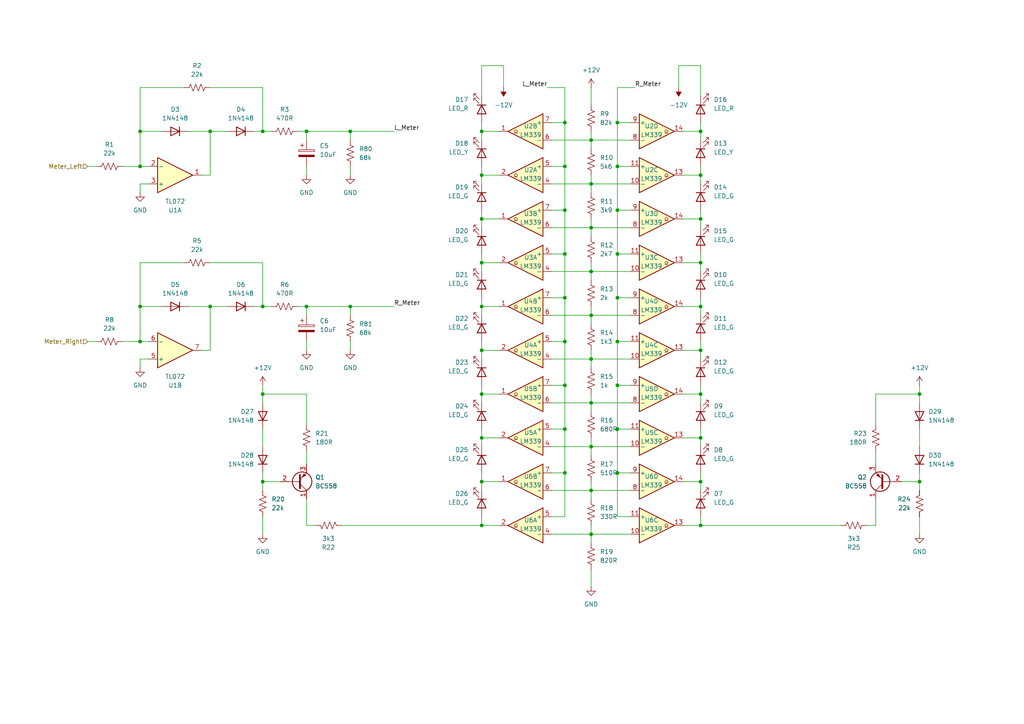
<source format=kicad_sch>
(kicad_sch (version 20250114) (generator "eeschema") (generator_version "9.0")
  (paper "A4")
  (title_block (comment 1 "PCB for 5 cm Kosmo format synthesizer module"))
  (lib_symbols
    (symbol "Amplifier_Operational:TL072" (pin_names (offset 0.127))
      (property "Reference" "U" (at 0 5.08 0))
      (property "Value" "TL072" (at 0 -5.08 0))
      (symbol "TL072_1_1"
        (pin input line (at -7.62 2.54 0) (length 2.54) (name "+") (number "3"))
        (pin input line (at -7.62 -2.54 0) (length 2.54) (name "-") (number "2"))
        (pin output line (at 7.62 0 180) (length 2.54) (name "~") (number "1"))
      )
      (symbol "TL072_2_1"
        (pin input line (at -7.62 2.54 0) (length 2.54) (name "+") (number "5"))
        (pin input line (at -7.62 -2.54 0) (length 2.54) (name "-") (number "6"))
        (pin output line (at 7.62 0 180) (length 2.54) (name "~") (number "7"))
      )
      (symbol "TL072_3_1"
        (pin power_in line (at -2.54 7.62 270) (length 3.81) (name "V+") (number "8"))
        (pin power_in line (at -2.54 -7.62 90) (length 3.81) (name "V-") (number "4"))
      )
    )
    (symbol "Comparator:LM339" (pin_names (offset 0.127))
      (property "Reference" "U" (at 0 5.08 0))
      (property "Value" "LM339" (at 0 -5.08 0))
      (symbol "LM339_1_1"
        (pin input line (at -7.62 2.54 0) (length 2.54) (name "+") (number "5"))
        (pin input line (at -7.62 -2.54 0) (length 2.54) (name "-") (number "4"))
        (pin open_collector line (at 7.62 0 180) (length 2.54) (name "~") (number "2"))
      )
      (symbol "LM339_2_1"
        (pin input line (at -7.62 2.54 0) (length 2.54) (name "+") (number "7"))
        (pin input line (at -7.62 -2.54 0) (length 2.54) (name "-") (number "6"))
        (pin open_collector line (at 7.62 0 180) (length 2.54) (name "~") (number "1"))
      )
      (symbol "LM339_3_1"
        (pin input line (at -7.62 2.54 0) (length 2.54) (name "+") (number "11"))
        (pin input line (at -7.62 -2.54 0) (length 2.54) (name "-") (number "10"))
        (pin open_collector line (at 7.62 0 180) (length 2.54) (name "~") (number "13"))
      )
      (symbol "LM339_4_1"
        (pin input line (at -7.62 2.54 0) (length 2.54) (name "+") (number "9"))
        (pin input line (at -7.62 -2.54 0) (length 2.54) (name "-") (number "8"))
        (pin open_collector line (at 7.62 0 180) (length 2.54) (name "~") (number "14"))
      )
      (symbol "LM339_5_1"
        (pin power_in line (at -2.54 7.62 270) (length 3.81) (name "V+") (number "3"))
        (pin power_in line (at -2.54 -7.62 90) (length 3.81) (name "V-") (number "12"))
      )
    )
    (symbol "Device:C_Polarized" (pin_numbers (hide yes)) (pin_names (offset 0.254))
      (property "Reference" "C" (at 0.635 2.54 0))
      (property "Value" "C_Polarized" (at 0.635 -2.54 0))
      (symbol "C_Polarized_1_1"
        (pin passive line (at 0 3.81 270) (length 2.794) (name "~") (number "1"))
        (pin passive line (at 0 -3.81 90) (length 2.794) (name "~") (number "2"))
      )
    )
    (symbol "Device:LED" (pin_numbers (hide yes)) (pin_names (offset 1.016) (hide yes))
      (property "Reference" "D" (at 0 2.54 0))
      (property "Value" "LED" (at 0 -2.54 0))
      (symbol "LED_1_1"
        (pin passive line (at -3.81 0 0) (length 2.54) (name "K") (number "1"))
        (pin passive line (at 3.81 0 180) (length 2.54) (name "A") (number "2"))
      )
    )
    (symbol "Device:R_US" (pin_numbers (hide yes)) (pin_names (offset 0))
      (property "Reference" "R" (at 2.54 0 90))
      (property "Value" "R_US" (at -2.54 0 90))
      (symbol "R_US_1_1"
        (pin passive line (at 0 3.81 270) (length 1.27) (name "~") (number "1"))
        (pin passive line (at 0 -3.81 90) (length 1.27) (name "~") (number "2"))
      )
    )
    (symbol "Diode:1N4148" (pin_numbers (hide yes)) (pin_names (hide yes))
      (property "Reference" "D" (at 0 2.54 0))
      (property "Value" "1N4148" (at 0 -2.54 0))
      (symbol "1N4148_1_1"
        (pin passive line (at -3.81 0 0) (length 2.54) (name "K") (number "1"))
        (pin passive line (at 3.81 0 180) (length 2.54) (name "A") (number "2"))
      )
    )
    (symbol "Transistor_BJT:BC558" (pin_names (offset 0) (hide yes))
      (property "Reference" "Q" (at 5.08 1.905 0))
      (property "Value" "BC558" (at 5.08 0 0))
      (symbol "BC558_1_1"
        (pin input line (at -5.08 0 0) (length 2.54) (name "B") (number "2"))
        (pin passive line (at 2.54 5.08 270) (length 2.54) (name "C") (number "1"))
        (pin passive line (at 2.54 -5.08 90) (length 2.54) (name "E") (number "3"))
      )
    )
    (symbol "power:+12V" (power) (pin_numbers (hide yes)) (pin_names (offset 0) (hide yes))
      (property "Value" "+12V" (at 0 3.556 0))
      (symbol "+12V_1_1"
        (pin power_in line (at 0 0 90) (length 0) (name "~") (number "1"))
      )
    )
    (symbol "power:-12V" (power) (pin_numbers (hide yes)) (pin_names (offset 0) (hide yes))
      (property "Value" "-12V" (at 0 3.556 0))
      (symbol "-12V_0_0"
        (pin power_in line (at 0 0 90) (length 0) (name "~") (number "1"))
      )
    )
    (symbol "power:GND" (power) (pin_numbers (hide yes)) (pin_names (offset 0) (hide yes))
      (property "Value" "GND" (at 0 -3.81 0))
      (symbol "GND_1_1"
        (pin power_in line (at 0 0 270) (length 0) (name "~") (number "1"))
      )
    )
  )
  (junction (at 139.7 139.7))
  (junction (at 203.2 114.3))
  (junction (at 163.83 137.16))
  (junction (at 171.45 116.84))
  (junction (at 76.2 38.1))
  (junction (at 40.64 38.1))
  (junction (at 88.9 38.1))
  (junction (at 179.07 86.36))
  (junction (at 139.7 88.9))
  (junction (at 203.2 101.6))
  (junction (at 179.07 73.66))
  (junction (at 179.07 111.76))
  (junction (at 101.6 88.9))
  (junction (at 139.7 38.1))
  (junction (at 203.2 38.1))
  (junction (at 203.2 139.7))
  (junction (at 203.2 63.5))
  (junction (at 139.7 63.5))
  (junction (at 179.07 60.96))
  (junction (at 139.7 101.6))
  (junction (at 163.83 73.66))
  (junction (at 179.07 35.56))
  (junction (at 203.2 76.2))
  (junction (at 179.07 99.06))
  (junction (at 163.83 60.96))
  (junction (at 203.2 127))
  (junction (at 40.64 88.9))
  (junction (at 171.45 78.74))
  (junction (at 139.7 76.2))
  (junction (at 139.7 152.4))
  (junction (at 171.45 129.54))
  (junction (at 163.83 86.36))
  (junction (at 179.07 124.46))
  (junction (at 171.45 40.64))
  (junction (at 171.45 53.34))
  (junction (at 163.83 48.26))
  (junction (at 60.96 88.9))
  (junction (at 179.07 137.16))
  (junction (at 171.45 91.44))
  (junction (at 88.9 88.9))
  (junction (at 76.2 114.3))
  (junction (at 76.2 88.9))
  (junction (at 40.64 48.26))
  (junction (at 203.2 50.8))
  (junction (at 139.7 127))
  (junction (at 171.45 142.24))
  (junction (at 76.2 139.7))
  (junction (at 171.45 66.04))
  (junction (at 266.7 139.7))
  (junction (at 171.45 154.94))
  (junction (at 139.7 114.3))
  (junction (at 101.6 38.1))
  (junction (at 40.64 99.06))
  (junction (at 203.2 88.9))
  (junction (at 163.83 124.46))
  (junction (at 179.07 48.26))
  (junction (at 266.7 114.3))
  (junction (at 163.83 99.06))
  (junction (at 163.83 35.56))
  (junction (at 139.7 50.8))
  (junction (at 171.45 104.14))
  (junction (at 60.96 38.1))
  (junction (at 203.2 152.4))
  (junction (at 163.83 111.76))
  (wire (pts (xy 179.07 73.66) (xy 182.88 73.66)))
  (wire (pts (xy 43.18 104.14) (xy 40.64 104.14)))
  (wire (pts (xy 73.66 38.1) (xy 76.2 38.1)))
  (wire (pts (xy 76.2 76.2) (xy 76.2 88.9)))
  (wire (pts (xy 160.02 116.84) (xy 171.45 116.84)))
  (wire (pts (xy 203.2 99.06) (xy 203.2 101.6)))
  (wire (pts (xy 203.2 152.4) (xy 198.12 152.4)))
  (wire (pts (xy 160.02 86.36) (xy 163.83 86.36)))
  (wire (pts (xy 203.2 139.7) (xy 203.2 142.24)))
  (wire (pts (xy 171.45 114.3) (xy 171.45 116.84)))
  (wire (pts (xy 76.2 139.7) (xy 76.2 142.24)))
  (wire (pts (xy 160.02 35.56) (xy 163.83 35.56)))
  (wire (pts (xy 60.96 38.1) (xy 60.96 50.8)))
  (wire (pts (xy 203.2 152.4) (xy 243.84 152.4)))
  (wire (pts (xy 139.7 63.5) (xy 139.7 66.04)))
  (wire (pts (xy 40.64 88.9) (xy 40.64 99.06)))
  (wire (pts (xy 171.45 25.4) (xy 171.45 30.48)))
  (wire (pts (xy 171.45 104.14) (xy 171.45 106.68)))
  (wire (pts (xy 60.96 25.4) (xy 76.2 25.4)))
  (wire (pts (xy 171.45 78.74) (xy 171.45 81.28)))
  (wire (pts (xy 171.45 40.64) (xy 171.45 43.18)))
  (wire (pts (xy 171.45 104.14) (xy 182.88 104.14)))
  (wire (pts (xy 203.2 19.05) (xy 203.2 27.94)))
  (wire (pts (xy 171.45 116.84) (xy 171.45 119.38)))
  (wire (pts (xy 171.45 91.44) (xy 171.45 93.98)))
  (wire (pts (xy 40.64 48.26) (xy 43.18 48.26)))
  (wire (pts (xy 179.07 124.46) (xy 179.07 137.16)))
  (wire (pts (xy 25.4 48.26) (xy 27.94 48.26)))
  (wire (pts (xy 163.83 124.46) (xy 163.83 137.16)))
  (wire (pts (xy 60.96 38.1) (xy 66.04 38.1)))
  (wire (pts (xy 171.45 129.54) (xy 171.45 132.08)))
  (wire (pts (xy 179.07 73.66) (xy 179.07 86.36)))
  (wire (pts (xy 40.64 38.1) (xy 40.64 48.26)))
  (wire (pts (xy 139.7 63.5) (xy 144.78 63.5)))
  (wire (pts (xy 139.7 76.2) (xy 139.7 78.74)))
  (wire (pts (xy 196.85 25.4) (xy 196.85 19.05)))
  (wire (pts (xy 144.78 152.4) (xy 139.7 152.4)))
  (wire (pts (xy 160.02 104.14) (xy 171.45 104.14)))
  (wire (pts (xy 40.64 76.2) (xy 40.64 88.9)))
  (wire (pts (xy 198.12 50.8) (xy 203.2 50.8)))
  (wire (pts (xy 266.7 149.86) (xy 266.7 154.94)))
  (wire (pts (xy 76.2 38.1) (xy 78.74 38.1)))
  (wire (pts (xy 76.2 114.3) (xy 88.9 114.3)))
  (wire (pts (xy 198.12 139.7) (xy 203.2 139.7)))
  (wire (pts (xy 160.02 48.26) (xy 163.83 48.26)))
  (wire (pts (xy 179.07 137.16) (xy 182.88 137.16)))
  (wire (pts (xy 101.6 38.1) (xy 114.3 38.1)))
  (wire (pts (xy 139.7 111.76) (xy 139.7 114.3)))
  (wire (pts (xy 203.2 111.76) (xy 203.2 114.3)))
  (wire (pts (xy 254 123.19) (xy 254 114.3)))
  (wire (pts (xy 179.07 48.26) (xy 179.07 60.96)))
  (wire (pts (xy 88.9 88.9) (xy 101.6 88.9)))
  (wire (pts (xy 60.96 101.6) (xy 58.42 101.6)))
  (wire (pts (xy 139.7 88.9) (xy 144.78 88.9)))
  (wire (pts (xy 203.2 137.16) (xy 203.2 139.7)))
  (wire (pts (xy 160.02 60.96) (xy 163.83 60.96)))
  (wire (pts (xy 160.02 99.06) (xy 163.83 99.06)))
  (wire (pts (xy 60.96 88.9) (xy 66.04 88.9)))
  (wire (pts (xy 139.7 38.1) (xy 144.78 38.1)))
  (wire (pts (xy 266.7 111.76) (xy 266.7 114.3)))
  (wire (pts (xy 179.07 124.46) (xy 182.88 124.46)))
  (wire (pts (xy 139.7 73.66) (xy 139.7 76.2)))
  (wire (pts (xy 203.2 48.26) (xy 203.2 50.8)))
  (wire (pts (xy 101.6 48.26) (xy 101.6 50.8)))
  (wire (pts (xy 171.45 154.94) (xy 182.88 154.94)))
  (wire (pts (xy 203.2 60.96) (xy 203.2 63.5)))
  (wire (pts (xy 179.07 86.36) (xy 179.07 99.06)))
  (wire (pts (xy 139.7 124.46) (xy 139.7 127)))
  (wire (pts (xy 163.83 48.26) (xy 163.83 60.96)))
  (wire (pts (xy 88.9 99.06) (xy 88.9 101.6)))
  (wire (pts (xy 203.2 149.86) (xy 203.2 152.4)))
  (wire (pts (xy 163.83 25.4) (xy 163.83 35.56)))
  (wire (pts (xy 160.02 111.76) (xy 163.83 111.76)))
  (wire (pts (xy 160.02 40.64) (xy 171.45 40.64)))
  (wire (pts (xy 160.02 154.94) (xy 171.45 154.94)))
  (wire (pts (xy 139.7 101.6) (xy 139.7 104.14)))
  (wire (pts (xy 101.6 88.9) (xy 114.3 88.9)))
  (wire (pts (xy 88.9 130.81) (xy 88.9 134.62)))
  (wire (pts (xy 160.02 142.24) (xy 171.45 142.24)))
  (wire (pts (xy 266.7 139.7) (xy 261.62 139.7)))
  (wire (pts (xy 203.2 76.2) (xy 203.2 78.74)))
  (wire (pts (xy 163.83 137.16) (xy 163.83 149.86)))
  (wire (pts (xy 198.12 101.6) (xy 203.2 101.6)))
  (wire (pts (xy 184.15 25.4) (xy 179.07 25.4)))
  (wire (pts (xy 139.7 19.05) (xy 146.05 19.05)))
  (wire (pts (xy 266.7 124.46) (xy 266.7 129.54)))
  (wire (pts (xy 40.64 99.06) (xy 43.18 99.06)))
  (wire (pts (xy 54.61 38.1) (xy 60.96 38.1)))
  (wire (pts (xy 179.07 111.76) (xy 179.07 124.46)))
  (wire (pts (xy 139.7 88.9) (xy 139.7 91.44)))
  (wire (pts (xy 171.45 66.04) (xy 171.45 68.58)))
  (wire (pts (xy 171.45 152.4) (xy 171.45 154.94)))
  (wire (pts (xy 266.7 137.16) (xy 266.7 139.7)))
  (wire (pts (xy 139.7 114.3) (xy 139.7 116.84)))
  (wire (pts (xy 171.45 142.24) (xy 182.88 142.24)))
  (wire (pts (xy 86.36 38.1) (xy 88.9 38.1)))
  (wire (pts (xy 25.4 99.06) (xy 27.94 99.06)))
  (wire (pts (xy 171.45 101.6) (xy 171.45 104.14)))
  (wire (pts (xy 171.45 129.54) (xy 182.88 129.54)))
  (wire (pts (xy 171.45 50.8) (xy 171.45 53.34)))
  (wire (pts (xy 163.83 73.66) (xy 163.83 86.36)))
  (wire (pts (xy 88.9 91.44) (xy 88.9 88.9)))
  (wire (pts (xy 46.99 88.9) (xy 40.64 88.9)))
  (wire (pts (xy 60.96 88.9) (xy 60.96 101.6)))
  (wire (pts (xy 139.7 48.26) (xy 139.7 50.8)))
  (wire (pts (xy 179.07 86.36) (xy 182.88 86.36)))
  (wire (pts (xy 139.7 139.7) (xy 139.7 142.24)))
  (wire (pts (xy 139.7 27.94) (xy 139.7 19.05)))
  (wire (pts (xy 60.96 50.8) (xy 58.42 50.8)))
  (wire (pts (xy 46.99 38.1) (xy 40.64 38.1)))
  (wire (pts (xy 266.7 114.3) (xy 254 114.3)))
  (wire (pts (xy 171.45 142.24) (xy 171.45 144.78)))
  (wire (pts (xy 203.2 50.8) (xy 203.2 53.34)))
  (wire (pts (xy 179.07 60.96) (xy 179.07 73.66)))
  (wire (pts (xy 171.45 38.1) (xy 171.45 40.64)))
  (wire (pts (xy 163.83 149.86) (xy 160.02 149.86)))
  (wire (pts (xy 266.7 114.3) (xy 266.7 116.84)))
  (wire (pts (xy 53.34 25.4) (xy 40.64 25.4)))
  (wire (pts (xy 139.7 50.8) (xy 139.7 53.34)))
  (wire (pts (xy 179.07 35.56) (xy 182.88 35.56)))
  (wire (pts (xy 76.2 88.9) (xy 78.74 88.9)))
  (wire (pts (xy 139.7 101.6) (xy 144.78 101.6)))
  (wire (pts (xy 179.07 99.06) (xy 179.07 111.76)))
  (wire (pts (xy 99.06 152.4) (xy 139.7 152.4)))
  (wire (pts (xy 179.07 60.96) (xy 182.88 60.96)))
  (wire (pts (xy 254 144.78) (xy 254 152.4)))
  (wire (pts (xy 139.7 114.3) (xy 144.78 114.3)))
  (wire (pts (xy 139.7 139.7) (xy 144.78 139.7)))
  (wire (pts (xy 171.45 165.1) (xy 171.45 170.18)))
  (wire (pts (xy 53.34 76.2) (xy 40.64 76.2)))
  (wire (pts (xy 203.2 88.9) (xy 203.2 91.44)))
  (wire (pts (xy 160.02 78.74) (xy 171.45 78.74)))
  (wire (pts (xy 198.12 63.5) (xy 203.2 63.5)))
  (wire (pts (xy 203.2 63.5) (xy 203.2 66.04)))
  (wire (pts (xy 163.83 60.96) (xy 163.83 73.66)))
  (wire (pts (xy 171.45 116.84) (xy 182.88 116.84)))
  (wire (pts (xy 179.07 149.86) (xy 182.88 149.86)))
  (wire (pts (xy 179.07 111.76) (xy 182.88 111.76)))
  (wire (pts (xy 171.45 88.9) (xy 171.45 91.44)))
  (wire (pts (xy 88.9 48.26) (xy 88.9 50.8)))
  (wire (pts (xy 163.83 99.06) (xy 163.83 111.76)))
  (wire (pts (xy 76.2 149.86) (xy 76.2 154.94)))
  (wire (pts (xy 139.7 86.36) (xy 139.7 88.9)))
  (wire (pts (xy 254 130.81) (xy 254 134.62)))
  (wire (pts (xy 101.6 91.44) (xy 101.6 88.9)))
  (wire (pts (xy 198.12 88.9) (xy 203.2 88.9)))
  (wire (pts (xy 179.07 137.16) (xy 179.07 149.86)))
  (wire (pts (xy 160.02 137.16) (xy 163.83 137.16)))
  (wire (pts (xy 158.75 25.4) (xy 163.83 25.4)))
  (wire (pts (xy 88.9 88.9) (xy 86.36 88.9)))
  (wire (pts (xy 196.85 19.05) (xy 203.2 19.05)))
  (wire (pts (xy 266.7 139.7) (xy 266.7 142.24)))
  (wire (pts (xy 160.02 66.04) (xy 171.45 66.04)))
  (wire (pts (xy 40.64 25.4) (xy 40.64 38.1)))
  (wire (pts (xy 76.2 137.16) (xy 76.2 139.7)))
  (wire (pts (xy 139.7 127) (xy 139.7 129.54)))
  (wire (pts (xy 101.6 40.64) (xy 101.6 38.1)))
  (wire (pts (xy 139.7 50.8) (xy 144.78 50.8)))
  (wire (pts (xy 171.45 78.74) (xy 182.88 78.74)))
  (wire (pts (xy 139.7 137.16) (xy 139.7 139.7)))
  (wire (pts (xy 76.2 111.76) (xy 76.2 114.3)))
  (wire (pts (xy 171.45 127) (xy 171.45 129.54)))
  (wire (pts (xy 139.7 99.06) (xy 139.7 101.6)))
  (wire (pts (xy 163.83 111.76) (xy 163.83 124.46)))
  (wire (pts (xy 203.2 38.1) (xy 203.2 40.64)))
  (wire (pts (xy 88.9 152.4) (xy 91.44 152.4)))
  (wire (pts (xy 139.7 60.96) (xy 139.7 63.5)))
  (wire (pts (xy 160.02 91.44) (xy 171.45 91.44)))
  (wire (pts (xy 88.9 144.78) (xy 88.9 152.4)))
  (wire (pts (xy 203.2 124.46) (xy 203.2 127)))
  (wire (pts (xy 88.9 38.1) (xy 101.6 38.1)))
  (wire (pts (xy 198.12 38.1) (xy 203.2 38.1)))
  (wire (pts (xy 171.45 154.94) (xy 171.45 157.48)))
  (wire (pts (xy 43.18 53.34) (xy 40.64 53.34)))
  (wire (pts (xy 203.2 114.3) (xy 203.2 116.84)))
  (wire (pts (xy 35.56 99.06) (xy 40.64 99.06)))
  (wire (pts (xy 160.02 129.54) (xy 171.45 129.54)))
  (wire (pts (xy 88.9 40.64) (xy 88.9 38.1)))
  (wire (pts (xy 139.7 152.4) (xy 139.7 149.86)))
  (wire (pts (xy 40.64 104.14) (xy 40.64 106.68)))
  (wire (pts (xy 76.2 139.7) (xy 81.28 139.7)))
  (wire (pts (xy 198.12 76.2) (xy 203.2 76.2)))
  (wire (pts (xy 139.7 35.56) (xy 139.7 38.1)))
  (wire (pts (xy 179.07 35.56) (xy 179.07 48.26)))
  (wire (pts (xy 203.2 101.6) (xy 203.2 104.14)))
  (wire (pts (xy 171.45 66.04) (xy 182.88 66.04)))
  (wire (pts (xy 171.45 53.34) (xy 171.45 55.88)))
  (wire (pts (xy 139.7 38.1) (xy 139.7 40.64)))
  (wire (pts (xy 101.6 99.06) (xy 101.6 101.6)))
  (wire (pts (xy 76.2 124.46) (xy 76.2 129.54)))
  (wire (pts (xy 76.2 25.4) (xy 76.2 38.1)))
  (wire (pts (xy 198.12 127) (xy 203.2 127)))
  (wire (pts (xy 73.66 88.9) (xy 76.2 88.9)))
  (wire (pts (xy 254 152.4) (xy 251.46 152.4)))
  (wire (pts (xy 171.45 63.5) (xy 171.45 66.04)))
  (wire (pts (xy 171.45 53.34) (xy 182.88 53.34)))
  (wire (pts (xy 160.02 53.34) (xy 171.45 53.34)))
  (wire (pts (xy 139.7 76.2) (xy 144.78 76.2)))
  (wire (pts (xy 171.45 139.7) (xy 171.45 142.24)))
  (wire (pts (xy 76.2 114.3) (xy 76.2 116.84)))
  (wire (pts (xy 160.02 73.66) (xy 163.83 73.66)))
  (wire (pts (xy 203.2 86.36) (xy 203.2 88.9)))
  (wire (pts (xy 160.02 124.46) (xy 163.83 124.46)))
  (wire (pts (xy 198.12 114.3) (xy 203.2 114.3)))
  (wire (pts (xy 35.56 48.26) (xy 40.64 48.26)))
  (wire (pts (xy 40.64 53.34) (xy 40.64 55.88)))
  (wire (pts (xy 139.7 127) (xy 144.78 127)))
  (wire (pts (xy 179.07 99.06) (xy 182.88 99.06)))
  (wire (pts (xy 179.07 25.4) (xy 179.07 35.56)))
  (wire (pts (xy 60.96 76.2) (xy 76.2 76.2)))
  (wire (pts (xy 203.2 73.66) (xy 203.2 76.2)))
  (wire (pts (xy 163.83 35.56) (xy 163.83 48.26)))
  (wire (pts (xy 203.2 127) (xy 203.2 129.54)))
  (wire (pts (xy 146.05 19.05) (xy 146.05 25.4)))
  (wire (pts (xy 54.61 88.9) (xy 60.96 88.9)))
  (wire (pts (xy 88.9 123.19) (xy 88.9 114.3)))
  (wire (pts (xy 179.07 48.26) (xy 182.88 48.26)))
  (wire (pts (xy 203.2 35.56) (xy 203.2 38.1)))
  (wire (pts (xy 171.45 40.64) (xy 182.88 40.64)))
  (wire (pts (xy 171.45 76.2) (xy 171.45 78.74)))
  (wire (pts (xy 163.83 86.36) (xy 163.83 99.06)))
  (wire (pts (xy 171.45 91.44) (xy 182.88 91.44)))
  (label "L_Meter" (at 158.75 25.4 180))
  (label "R_Meter" (at 114.3 88.9 0))
  (label "L_Meter" (at 114.3 38.1 0))
  (label "R_Meter" (at 184.15 25.4 0))
  (hierarchical_label "Meter_Left" (shape input) (at 25.4 48.26 180))
  (hierarchical_label "Meter_Right" (shape input) (at 25.4 99.06 180))
  (symbol (lib_id "Comparator:LM339") (at 152.4 114.3 0) (mirror y) (unit 2)
    (property "Reference" "U5" (at 153.924 112.776 0))
    (property "Value" "LM339" (at 153.924 115.316 0))
    (property "Footprint" "Package_DIP:DIP-14_W7.62mm_Socket" (effects (hide yes)))
    (property "Datasheet" "https://www.st.com/resource/en/datasheet/lm139.pdf" (effects (hide yes)))
    (property "Description" "Quad Differential Comparators, SOIC-14/TSSOP-14" (effects (hide yes)))
  )
  (symbol (lib_id "Comparator:LM339") (at 152.4 88.9 0) (mirror y) (unit 2)
    (property "Reference" "U4" (at 153.924 87.376 0))
    (property "Value" "LM339" (at 153.924 89.916 0))
    (property "Footprint" "Package_DIP:DIP-14_W7.62mm_Socket" (effects (hide yes)))
    (property "Datasheet" "https://www.st.com/resource/en/datasheet/lm139.pdf" (effects (hide yes)))
    (property "Description" "Quad Differential Comparators, SOIC-14/TSSOP-14" (effects (hide yes)))
  )
  (symbol (lib_id "Comparator:LM339") (at 190.5 76.2 0) (unit 3)
    (property "Reference" "U3" (at 188.976 74.676 0))
    (property "Value" "LM339" (at 188.976 77.216 0))
    (property "Footprint" "Package_DIP:DIP-14_W7.62mm_Socket" (effects (hide yes)))
    (property "Datasheet" "https://www.st.com/resource/en/datasheet/lm139.pdf" (effects (hide yes)))
    (property "Description" "Quad Differential Comparators, SOIC-14/TSSOP-14" (effects (hide yes)))
  )
  (symbol (lib_id "Device:LED") (at 203.2 146.05 90) (mirror x) (unit 1)
    (property "Reference" "D7" (at 207.01 143.1924 90) (effects (justify right)))
    (property "Value" "LED_G" (at 207.01 145.7324 90) (effects (justify right)))
    (property "Footprint" "LED_THT:LED_Rectangular_W5.0mm_H2.0mm" (effects (hide yes)))
    (property "Description" "Light emitting diode" (effects (hide yes)))
    (property "Sim.Pins" "1=K 2=A" (effects (hide yes)))
  )
  (symbol (lib_id "power:GND") (at 76.2 154.94 0) (unit 1)
    (property "Reference" "#PWR021" (effects (hide yes)))
    (property "Value" "GND" (at 76.2 160.02 0))
    (property "Description" "Power symbol creates a global label with name \"GND\" , ground" (effects (hide yes)))
  )
  (symbol (lib_id "Device:LED") (at 139.7 120.65 270) (unit 1)
    (property "Reference" "D24" (at 135.89 117.7924 90) (effects (justify right)))
    (property "Value" "LED_G" (at 135.89 120.3324 90) (effects (justify right)))
    (property "Footprint" "LED_THT:LED_Rectangular_W5.0mm_H2.0mm" (effects (hide yes)))
    (property "Description" "Light emitting diode" (effects (hide yes)))
    (property "Sim.Pins" "1=K 2=A" (effects (hide yes)))
  )
  (symbol (lib_id "Device:R_US") (at 57.15 76.2 90) (unit 1)
    (property "Reference" "R5" (at 57.15 69.85 90))
    (property "Value" "22k" (at 57.15 72.39 90))
    (property "Footprint" "Resistor_THT:R_Axial_DIN0207_L6.3mm_D2.5mm_P7.62mm_Horizontal" (effects (hide yes)))
    (property "Description" "Resistor, US symbol" (effects (hide yes)))
  )
  (symbol (lib_id "Diode:1N4148") (at 76.2 133.35 270) (mirror x) (unit 1)
    (property "Reference" "D28" (at 73.66 132.0799 90) (effects (justify right)))
    (property "Value" "1N4148" (at 73.66 134.6199 90) (effects (justify right)))
    (property "Footprint" "Diode_THT:D_DO-35_SOD27_P7.62mm_Horizontal" (effects (hide yes)))
    (property "Datasheet" "https://assets.nexperia.com/documents/data-sheet/1N4148_1N4448.pdf" (effects (hide yes)))
    (property "Description" "100V 0.15A standard switching diode, DO-35" (effects (hide yes)))
    (property "Sim.Device" "D" (effects (hide yes)))
    (property "Sim.Pins" "1=K 2=A" (effects (hide yes)))
  )
  (symbol (lib_id "Device:R_US") (at 101.6 44.45 180) (unit 1)
    (property "Reference" "R80" (at 104.14 43.1799 0) (effects (justify right)))
    (property "Value" "68k" (at 104.14 45.7199 0) (effects (justify right)))
    (property "Footprint" "Resistor_THT:R_Axial_DIN0207_L6.3mm_D2.5mm_P7.62mm_Horizontal" (effects (hide yes)))
    (property "Description" "Resistor, US symbol" (effects (hide yes)))
  )
  (symbol (lib_id "power:-12V") (at 196.85 25.4 180) (unit 1)
    (property "Reference" "#PWR011" (effects (hide yes)))
    (property "Value" "-12V" (at 196.85 30.48 0))
    (property "Description" "Power symbol creates a global label with name \"-12V\"" (effects (hide yes)))
  )
  (symbol (lib_id "Diode:1N4148") (at 76.2 120.65 270) (mirror x) (unit 1)
    (property "Reference" "D27" (at 73.66 119.3799 90) (effects (justify right)))
    (property "Value" "1N4148" (at 73.66 121.9199 90) (effects (justify right)))
    (property "Footprint" "Diode_THT:D_DO-35_SOD27_P7.62mm_Horizontal" (effects (hide yes)))
    (property "Datasheet" "https://assets.nexperia.com/documents/data-sheet/1N4148_1N4448.pdf" (effects (hide yes)))
    (property "Description" "100V 0.15A standard switching diode, DO-35" (effects (hide yes)))
    (property "Sim.Device" "D" (effects (hide yes)))
    (property "Sim.Pins" "1=K 2=A" (effects (hide yes)))
  )
  (symbol (lib_id "power:-12V") (at 146.05 25.4 180) (unit 1)
    (property "Reference" "#PWR012" (effects (hide yes)))
    (property "Value" "-12V" (at 146.05 30.48 0))
    (property "Description" "Power symbol creates a global label with name \"-12V\"" (effects (hide yes)))
  )
  (symbol (lib_id "Device:LED") (at 139.7 69.85 270) (unit 1)
    (property "Reference" "D20" (at 135.89 66.9924 90) (effects (justify right)))
    (property "Value" "LED_G" (at 135.89 69.5324 90) (effects (justify right)))
    (property "Footprint" "LED_THT:LED_Rectangular_W5.0mm_H2.0mm" (effects (hide yes)))
    (property "Description" "Light emitting diode" (effects (hide yes)))
    (property "Sim.Pins" "1=K 2=A" (effects (hide yes)))
  )
  (symbol (lib_id "power:GND") (at 101.6 101.6 0) (unit 1)
    (property "Reference" "#PWR09" (effects (hide yes)))
    (property "Value" "GND" (at 101.6 106.68 0))
    (property "Description" "Power symbol creates a global label with name \"GND\" , ground" (effects (hide yes)))
  )
  (symbol (lib_id "power:+12V") (at 76.2 111.76 0) (unit 1)
    (property "Reference" "#PWR022" (effects (hide yes)))
    (property "Value" "+12V" (at 76.2 106.68 0))
    (property "Description" "Power symbol creates a global label with name \"+12V\"" (effects (hide yes)))
  )
  (symbol (lib_id "Device:R_US") (at 171.45 59.69 180) (unit 1)
    (property "Reference" "R11" (at 173.99 58.4199 0) (effects (justify right)))
    (property "Value" "3k9" (at 173.99 60.9599 0) (effects (justify right)))
    (property "Footprint" "Resistor_THT:R_Axial_DIN0207_L6.3mm_D2.5mm_P7.62mm_Horizontal" (effects (hide yes)))
    (property "Description" "Resistor, US symbol" (effects (hide yes)))
  )
  (symbol (lib_id "power:GND") (at 101.6 50.8 0) (unit 1)
    (property "Reference" "#PWR072" (effects (hide yes)))
    (property "Value" "GND" (at 101.6 55.88 0))
    (property "Description" "Power symbol creates a global label with name \"GND\" , ground" (effects (hide yes)))
  )
  (symbol (lib_id "Device:LED") (at 203.2 133.35 90) (mirror x) (unit 1)
    (property "Reference" "D8" (at 207.01 130.4924 90) (effects (justify right)))
    (property "Value" "LED_G" (at 207.01 133.0324 90) (effects (justify right)))
    (property "Footprint" "LED_THT:LED_Rectangular_W5.0mm_H2.0mm" (effects (hide yes)))
    (property "Description" "Light emitting diode" (effects (hide yes)))
    (property "Sim.Pins" "1=K 2=A" (effects (hide yes)))
  )
  (symbol (lib_id "Device:C_Polarized") (at 88.9 95.25 0) (unit 1)
    (property "Reference" "C6" (at 92.71 93.0909 0) (effects (justify left)))
    (property "Value" "10uF" (at 92.71 95.6309 0) (effects (justify left)))
    (property "Footprint" "Capacitor_THT:CP_Radial_D5.0mm_P2.00mm" (effects (hide yes)))
    (property "Description" "Polarized capacitor" (effects (hide yes)))
  )
  (symbol (lib_id "Comparator:LM339") (at 152.4 101.6 0) (mirror y) (unit 1)
    (property "Reference" "U4" (at 153.924 100.076 0))
    (property "Value" "LM339" (at 153.924 102.616 0))
    (property "Footprint" "Package_DIP:DIP-14_W7.62mm_Socket" (effects (hide yes)))
    (property "Datasheet" "https://www.st.com/resource/en/datasheet/lm139.pdf" (effects (hide yes)))
    (property "Description" "Quad Differential Comparators, SOIC-14/TSSOP-14" (effects (hide yes)))
  )
  (symbol (lib_id "Device:R_US") (at 101.6 95.25 180) (unit 1)
    (property "Reference" "R81" (at 104.14 93.9799 0) (effects (justify right)))
    (property "Value" "68k" (at 104.14 96.5199 0) (effects (justify right)))
    (property "Footprint" "Resistor_THT:R_Axial_DIN0207_L6.3mm_D2.5mm_P7.62mm_Horizontal" (effects (hide yes)))
    (property "Description" "Resistor, US symbol" (effects (hide yes)))
  )
  (symbol (lib_id "Amplifier_Operational:TL072") (at 50.8 50.8 0) (mirror x) (unit 1)
    (property "Reference" "U1" (at 50.8 60.96 0))
    (property "Value" "TL072" (at 50.8 58.42 0))
    (property "Footprint" "Package_DIP:DIP-8_W7.62mm_Socket" (effects (hide yes)))
    (property "Datasheet" "http://www.ti.com/lit/ds/symlink/tl071.pdf" (effects (hide yes)))
    (property "Description" "Dual Low-Noise JFET-Input Operational Amplifiers, DIP-8/SOIC-8" (effects (hide yes)))
  )
  (symbol (lib_id "Device:LED") (at 203.2 69.85 90) (mirror x) (unit 1)
    (property "Reference" "D15" (at 207.01 66.9924 90) (effects (justify right)))
    (property "Value" "LED_G" (at 207.01 69.5324 90) (effects (justify right)))
    (property "Footprint" "LED_THT:LED_Rectangular_W5.0mm_H2.0mm" (effects (hide yes)))
    (property "Description" "Light emitting diode" (effects (hide yes)))
    (property "Sim.Pins" "1=K 2=A" (effects (hide yes)))
  )
  (symbol (lib_id "Comparator:LM339") (at 190.5 88.9 0) (unit 4)
    (property "Reference" "U4" (at 188.976 87.376 0))
    (property "Value" "LM339" (at 188.976 89.916 0))
    (property "Footprint" "Package_DIP:DIP-14_W7.62mm_Socket" (effects (hide yes)))
    (property "Datasheet" "https://www.st.com/resource/en/datasheet/lm139.pdf" (effects (hide yes)))
    (property "Description" "Quad Differential Comparators, SOIC-14/TSSOP-14" (effects (hide yes)))
  )
  (symbol (lib_id "Device:R_US") (at 247.65 152.4 270) (unit 1)
    (property "Reference" "R25" (at 247.65 158.75 90))
    (property "Value" "3k3" (at 247.65 156.21 90))
    (property "Footprint" "Resistor_THT:R_Axial_DIN0207_L6.3mm_D2.5mm_P7.62mm_Horizontal" (effects (hide yes)))
    (property "Description" "Resistor, US symbol" (effects (hide yes)))
  )
  (symbol (lib_id "Device:R_US") (at 254 127 0) (mirror x) (unit 1)
    (property "Reference" "R23" (at 251.46 125.7299 0) (effects (justify right)))
    (property "Value" "180R" (at 251.46 128.2699 0) (effects (justify right)))
    (property "Footprint" "Resistor_THT:R_Axial_DIN0207_L6.3mm_D2.5mm_P7.62mm_Horizontal" (effects (hide yes)))
    (property "Description" "Resistor, US symbol" (effects (hide yes)))
  )
  (symbol (lib_id "Device:R_US") (at 95.25 152.4 90) (mirror x) (unit 1)
    (property "Reference" "R22" (at 95.25 158.75 90))
    (property "Value" "3k3" (at 95.25 156.21 90))
    (property "Footprint" "Resistor_THT:R_Axial_DIN0207_L6.3mm_D2.5mm_P7.62mm_Horizontal" (effects (hide yes)))
    (property "Description" "Resistor, US symbol" (effects (hide yes)))
  )
  (symbol (lib_id "power:GND") (at 88.9 50.8 0) (unit 1)
    (property "Reference" "#PWR03" (effects (hide yes)))
    (property "Value" "GND" (at 88.9 55.88 0))
    (property "Description" "Power symbol creates a global label with name \"GND\" , ground" (effects (hide yes)))
  )
  (symbol (lib_id "Comparator:LM339") (at 190.5 38.1 0) (unit 4)
    (property "Reference" "U2" (at 188.976 36.576 0))
    (property "Value" "LM339" (at 188.976 39.116 0))
    (property "Footprint" "Package_DIP:DIP-14_W7.62mm_Socket" (effects (hide yes)))
    (property "Datasheet" "https://www.st.com/resource/en/datasheet/lm139.pdf" (effects (hide yes)))
    (property "Description" "Quad Differential Comparators, SOIC-14/TSSOP-14" (effects (hide yes)))
  )
  (symbol (lib_id "Comparator:LM339") (at 152.4 76.2 0) (mirror y) (unit 1)
    (property "Reference" "U3" (at 153.924 74.676 0))
    (property "Value" "LM339" (at 153.924 77.216 0))
    (property "Footprint" "Package_DIP:DIP-14_W7.62mm_Socket" (effects (hide yes)))
    (property "Datasheet" "https://www.st.com/resource/en/datasheet/lm139.pdf" (effects (hide yes)))
    (property "Description" "Quad Differential Comparators, SOIC-14/TSSOP-14" (effects (hide yes)))
  )
  (symbol (lib_id "Device:R_US") (at 57.15 25.4 90) (unit 1)
    (property "Reference" "R2" (at 57.15 19.05 90))
    (property "Value" "22k" (at 57.15 21.59 90))
    (property "Footprint" "Resistor_THT:R_Axial_DIN0207_L6.3mm_D2.5mm_P7.62mm_Horizontal" (effects (hide yes)))
    (property "Description" "Resistor, US symbol" (effects (hide yes)))
  )
  (symbol (lib_id "Device:R_US") (at 171.45 135.89 180) (unit 1)
    (property "Reference" "R17" (at 173.99 134.6199 0) (effects (justify right)))
    (property "Value" "510R" (at 173.99 137.1599 0) (effects (justify right)))
    (property "Footprint" "Resistor_THT:R_Axial_DIN0207_L6.3mm_D2.5mm_P7.62mm_Horizontal" (effects (hide yes)))
    (property "Description" "Resistor, US symbol" (effects (hide yes)))
  )
  (symbol (lib_id "Device:R_US") (at 31.75 99.06 90) (unit 1)
    (property "Reference" "R8" (at 31.75 92.71 90))
    (property "Value" "22k" (at 31.75 95.25 90))
    (property "Footprint" "Resistor_THT:R_Axial_DIN0207_L6.3mm_D2.5mm_P7.62mm_Horizontal" (effects (hide yes)))
    (property "Description" "Resistor, US symbol" (effects (hide yes)))
  )
  (symbol (lib_id "Transistor_BJT:BC558") (at 256.54 139.7 180) (unit 1)
    (property "Reference" "Q2" (at 251.46 138.4299 0) (effects (justify left)))
    (property "Value" "BC558" (at 251.46 140.9699 0) (effects (justify left)))
    (property "Footprint" "Package_TO_SOT_THT:TO-92L_Inline_Wide" (effects (hide yes)))
    (property "Datasheet" "https://www.onsemi.com/pub/Collateral/BC556BTA-D.pdf" (effects (hide yes)))
    (property "Description" "0.1A Ic, 30V Vce, PNP Small Signal Transistor, TO-92" (effects (hide yes)))
    (property "Sim.Device" "PNP" (effects (hide yes)))
    (property "Sim.Pins" "1=C 2=B 3=E" (effects (hide yes)))
  )
  (symbol (lib_id "Device:LED") (at 139.7 82.55 270) (unit 1)
    (property "Reference" "D21" (at 135.89 79.6924 90) (effects (justify right)))
    (property "Value" "LED_G" (at 135.89 82.2324 90) (effects (justify right)))
    (property "Footprint" "LED_THT:LED_Rectangular_W5.0mm_H2.0mm" (effects (hide yes)))
    (property "Description" "Light emitting diode" (effects (hide yes)))
    (property "Sim.Pins" "1=K 2=A" (effects (hide yes)))
  )
  (symbol (lib_id "Comparator:LM339") (at 152.4 139.7 0) (mirror y) (unit 2)
    (property "Reference" "U6" (at 153.924 138.176 0))
    (property "Value" "LM339" (at 153.924 140.716 0))
    (property "Footprint" "Package_DIP:DIP-14_W7.62mm_Socket" (effects (hide yes)))
    (property "Datasheet" "https://www.st.com/resource/en/datasheet/lm139.pdf" (effects (hide yes)))
    (property "Description" "Quad Differential Comparators, SOIC-14/TSSOP-14" (effects (hide yes)))
  )
  (symbol (lib_id "Comparator:LM339") (at 190.5 152.4 0) (unit 3)
    (property "Reference" "U6" (at 188.976 150.876 0))
    (property "Value" "LM339" (at 188.976 153.416 0))
    (property "Footprint" "Package_DIP:DIP-14_W7.62mm_Socket" (effects (hide yes)))
    (property "Datasheet" "https://www.st.com/resource/en/datasheet/lm139.pdf" (effects (hide yes)))
    (property "Description" "Quad Differential Comparators, SOIC-14/TSSOP-14" (effects (hide yes)))
  )
  (symbol (lib_id "Comparator:LM339") (at 190.5 114.3 0) (unit 4)
    (property "Reference" "U5" (at 188.976 112.776 0))
    (property "Value" "LM339" (at 188.976 115.316 0))
    (property "Footprint" "Package_DIP:DIP-14_W7.62mm_Socket" (effects (hide yes)))
    (property "Datasheet" "https://www.st.com/resource/en/datasheet/lm139.pdf" (effects (hide yes)))
    (property "Description" "Quad Differential Comparators, SOIC-14/TSSOP-14" (effects (hide yes)))
  )
  (symbol (lib_id "Device:LED") (at 139.7 44.45 270) (unit 1)
    (property "Reference" "D18" (at 135.89 41.5924 90) (effects (justify right)))
    (property "Value" "LED_Y" (at 135.89 44.1324 90) (effects (justify right)))
    (property "Footprint" "LED_THT:LED_Rectangular_W5.0mm_H2.0mm" (effects (hide yes)))
    (property "Description" "Light emitting diode" (effects (hide yes)))
    (property "Sim.Pins" "1=K 2=A" (effects (hide yes)))
  )
  (symbol (lib_id "Comparator:LM339") (at 152.4 63.5 0) (mirror y) (unit 2)
    (property "Reference" "U3" (at 153.924 61.976 0))
    (property "Value" "LM339" (at 153.924 64.516 0))
    (property "Footprint" "Package_DIP:DIP-14_W7.62mm_Socket" (effects (hide yes)))
    (property "Datasheet" "https://www.st.com/resource/en/datasheet/lm139.pdf" (effects (hide yes)))
    (property "Description" "Quad Differential Comparators, SOIC-14/TSSOP-14" (effects (hide yes)))
  )
  (symbol (lib_id "Transistor_BJT:BC558") (at 86.36 139.7 0) (mirror x) (unit 1)
    (property "Reference" "Q1" (at 91.44 138.4299 0) (effects (justify left)))
    (property "Value" "BC558" (at 91.44 140.9699 0) (effects (justify left)))
    (property "Footprint" "Package_TO_SOT_THT:TO-92L_Inline_Wide" (effects (hide yes)))
    (property "Datasheet" "https://www.onsemi.com/pub/Collateral/BC556BTA-D.pdf" (effects (hide yes)))
    (property "Description" "0.1A Ic, 30V Vce, PNP Small Signal Transistor, TO-92" (effects (hide yes)))
    (property "Sim.Device" "PNP" (effects (hide yes)))
    (property "Sim.Pins" "1=C 2=B 3=E" (effects (hide yes)))
  )
  (symbol (lib_id "Diode:1N4148") (at 69.85 88.9 180) (unit 1)
    (property "Reference" "D6" (at 69.85 82.55 0))
    (property "Value" "1N4148" (at 69.85 85.09 0))
    (property "Footprint" "Diode_THT:D_DO-35_SOD27_P7.62mm_Horizontal" (effects (hide yes)))
    (property "Datasheet" "https://assets.nexperia.com/documents/data-sheet/1N4148_1N4448.pdf" (effects (hide yes)))
    (property "Description" "100V 0.15A standard switching diode, DO-35" (effects (hide yes)))
    (property "Sim.Device" "D" (effects (hide yes)))
    (property "Sim.Pins" "1=K 2=A" (effects (hide yes)))
  )
  (symbol (lib_id "Device:LED") (at 203.2 107.95 90) (mirror x) (unit 1)
    (property "Reference" "D12" (at 207.01 105.0924 90) (effects (justify right)))
    (property "Value" "LED_G" (at 207.01 107.6324 90) (effects (justify right)))
    (property "Footprint" "LED_THT:LED_Rectangular_W5.0mm_H2.0mm" (effects (hide yes)))
    (property "Description" "Light emitting diode" (effects (hide yes)))
    (property "Sim.Pins" "1=K 2=A" (effects (hide yes)))
  )
  (symbol (lib_id "Comparator:LM339") (at 190.5 101.6 0) (unit 3)
    (property "Reference" "U4" (at 188.976 100.076 0))
    (property "Value" "LM339" (at 188.976 102.616 0))
    (property "Footprint" "Package_DIP:DIP-14_W7.62mm_Socket" (effects (hide yes)))
    (property "Datasheet" "https://www.st.com/resource/en/datasheet/lm139.pdf" (effects (hide yes)))
    (property "Description" "Quad Differential Comparators, SOIC-14/TSSOP-14" (effects (hide yes)))
  )
  (symbol (lib_id "Device:LED") (at 203.2 120.65 90) (mirror x) (unit 1)
    (property "Reference" "D9" (at 207.01 117.7924 90) (effects (justify right)))
    (property "Value" "LED_G" (at 207.01 120.3324 90) (effects (justify right)))
    (property "Footprint" "LED_THT:LED_Rectangular_W5.0mm_H2.0mm" (effects (hide yes)))
    (property "Description" "Light emitting diode" (effects (hide yes)))
    (property "Sim.Pins" "1=K 2=A" (effects (hide yes)))
  )
  (symbol (lib_id "Device:LED") (at 203.2 82.55 90) (mirror x) (unit 1)
    (property "Reference" "D10" (at 207.01 79.6924 90) (effects (justify right)))
    (property "Value" "LED_G" (at 207.01 82.2324 90) (effects (justify right)))
    (property "Footprint" "LED_THT:LED_Rectangular_W5.0mm_H2.0mm" (effects (hide yes)))
    (property "Description" "Light emitting diode" (effects (hide yes)))
    (property "Sim.Pins" "1=K 2=A" (effects (hide yes)))
  )
  (symbol (lib_id "Device:R_US") (at 266.7 146.05 0) (mirror x) (unit 1)
    (property "Reference" "R24" (at 264.16 144.7799 0) (effects (justify right)))
    (property "Value" "22k" (at 264.16 147.3199 0) (effects (justify right)))
    (property "Footprint" "Resistor_THT:R_Axial_DIN0207_L6.3mm_D2.5mm_P7.62mm_Horizontal" (effects (hide yes)))
    (property "Description" "Resistor, US symbol" (effects (hide yes)))
  )
  (symbol (lib_id "Device:LED") (at 203.2 95.25 90) (mirror x) (unit 1)
    (property "Reference" "D11" (at 207.01 92.3924 90) (effects (justify right)))
    (property "Value" "LED_G" (at 207.01 94.9324 90) (effects (justify right)))
    (property "Footprint" "LED_THT:LED_Rectangular_W5.0mm_H2.0mm" (effects (hide yes)))
    (property "Description" "Light emitting diode" (effects (hide yes)))
    (property "Sim.Pins" "1=K 2=A" (effects (hide yes)))
  )
  (symbol (lib_id "power:+12V") (at 266.7 111.76 0) (mirror y) (unit 1)
    (property "Reference" "#PWR025" (effects (hide yes)))
    (property "Value" "+12V" (at 266.7 106.68 0))
    (property "Description" "Power symbol creates a global label with name \"+12V\"" (effects (hide yes)))
  )
  (symbol (lib_id "Comparator:LM339") (at 152.4 50.8 0) (mirror y) (unit 1)
    (property "Reference" "U2" (at 153.924 49.276 0))
    (property "Value" "LM339" (at 153.924 51.816 0))
    (property "Footprint" "Package_DIP:DIP-14_W7.62mm_Socket" (effects (hide yes)))
    (property "Datasheet" "https://www.st.com/resource/en/datasheet/lm139.pdf" (effects (hide yes)))
    (property "Description" "Quad Differential Comparators, SOIC-14/TSSOP-14" (effects (hide yes)))
  )
  (symbol (lib_id "Comparator:LM339") (at 190.5 63.5 0) (unit 4)
    (property "Reference" "U3" (at 188.976 61.976 0))
    (property "Value" "LM339" (at 188.976 64.516 0))
    (property "Footprint" "Package_DIP:DIP-14_W7.62mm_Socket" (effects (hide yes)))
    (property "Datasheet" "https://www.st.com/resource/en/datasheet/lm139.pdf" (effects (hide yes)))
    (property "Description" "Quad Differential Comparators, SOIC-14/TSSOP-14" (effects (hide yes)))
  )
  (symbol (lib_id "Device:LED") (at 203.2 57.15 90) (mirror x) (unit 1)
    (property "Reference" "D14" (at 207.01 54.2924 90) (effects (justify right)))
    (property "Value" "LED_G" (at 207.01 56.8324 90) (effects (justify right)))
    (property "Footprint" "LED_THT:LED_Rectangular_W5.0mm_H2.0mm" (effects (hide yes)))
    (property "Description" "Light emitting diode" (effects (hide yes)))
    (property "Sim.Pins" "1=K 2=A" (effects (hide yes)))
  )
  (symbol (lib_id "Device:R_US") (at 88.9 127 180) (unit 1)
    (property "Reference" "R21" (at 91.44 125.7299 0) (effects (justify right)))
    (property "Value" "180R" (at 91.44 128.2699 0) (effects (justify right)))
    (property "Footprint" "Resistor_THT:R_Axial_DIN0207_L6.3mm_D2.5mm_P7.62mm_Horizontal" (effects (hide yes)))
    (property "Description" "Resistor, US symbol" (effects (hide yes)))
  )
  (symbol (lib_id "power:GND") (at 40.64 55.88 0) (unit 1)
    (property "Reference" "#PWR01" (effects (hide yes)))
    (property "Value" "GND" (at 40.64 60.96 0))
    (property "Description" "Power symbol creates a global label with name \"GND\" , ground" (effects (hide yes)))
  )
  (symbol (lib_id "Diode:1N4148") (at 266.7 133.35 90) (unit 1)
    (property "Reference" "D30" (at 269.24 132.0799 90) (effects (justify right)))
    (property "Value" "1N4148" (at 269.24 134.6199 90) (effects (justify right)))
    (property "Footprint" "Diode_THT:D_DO-35_SOD27_P7.62mm_Horizontal" (effects (hide yes)))
    (property "Datasheet" "https://assets.nexperia.com/documents/data-sheet/1N4148_1N4448.pdf" (effects (hide yes)))
    (property "Description" "100V 0.15A standard switching diode, DO-35" (effects (hide yes)))
    (property "Sim.Device" "D" (effects (hide yes)))
    (property "Sim.Pins" "1=K 2=A" (effects (hide yes)))
  )
  (symbol (lib_id "Device:LED") (at 139.7 146.05 270) (unit 1)
    (property "Reference" "D26" (at 135.89 143.1924 90) (effects (justify right)))
    (property "Value" "LED_G" (at 135.89 145.7324 90) (effects (justify right)))
    (property "Footprint" "LED_THT:LED_Rectangular_W5.0mm_H2.0mm" (effects (hide yes)))
    (property "Description" "Light emitting diode" (effects (hide yes)))
    (property "Sim.Pins" "1=K 2=A" (effects (hide yes)))
  )
  (symbol (lib_id "Device:C_Polarized") (at 88.9 44.45 0) (unit 1)
    (property "Reference" "C5" (at 92.71 42.2909 0) (effects (justify left)))
    (property "Value" "10uF" (at 92.71 44.8309 0) (effects (justify left)))
    (property "Footprint" "Capacitor_THT:CP_Radial_D5.0mm_P2.00mm" (effects (hide yes)))
    (property "Description" "Polarized capacitor" (effects (hide yes)))
  )
  (symbol (lib_id "Device:LED") (at 139.7 31.75 270) (unit 1)
    (property "Reference" "D17" (at 135.89 28.8924 90) (effects (justify right)))
    (property "Value" "LED_R" (at 135.89 31.4324 90) (effects (justify right)))
    (property "Footprint" "LED_THT:LED_Rectangular_W5.0mm_H2.0mm" (effects (hide yes)))
    (property "Description" "Light emitting diode" (effects (hide yes)))
    (property "Sim.Pins" "1=K 2=A" (effects (hide yes)))
  )
  (symbol (lib_id "Diode:1N4148") (at 69.85 38.1 180) (unit 1)
    (property "Reference" "D4" (at 69.85 31.75 0))
    (property "Value" "1N4148" (at 69.85 34.29 0))
    (property "Footprint" "Diode_THT:D_DO-35_SOD27_P7.62mm_Horizontal" (effects (hide yes)))
    (property "Datasheet" "https://assets.nexperia.com/documents/data-sheet/1N4148_1N4448.pdf" (effects (hide yes)))
    (property "Description" "100V 0.15A standard switching diode, DO-35" (effects (hide yes)))
    (property "Sim.Device" "D" (effects (hide yes)))
    (property "Sim.Pins" "1=K 2=A" (effects (hide yes)))
  )
  (symbol (lib_id "Device:R_US") (at 171.45 148.59 180) (unit 1)
    (property "Reference" "R18" (at 173.99 147.3199 0) (effects (justify right)))
    (property "Value" "330R" (at 173.99 149.8599 0) (effects (justify right)))
    (property "Footprint" "Resistor_THT:R_Axial_DIN0207_L6.3mm_D2.5mm_P7.62mm_Horizontal" (effects (hide yes)))
    (property "Description" "Resistor, US symbol" (effects (hide yes)))
  )
  (symbol (lib_id "Device:R_US") (at 171.45 110.49 180) (unit 1)
    (property "Reference" "R15" (at 173.99 109.2199 0) (effects (justify right)))
    (property "Value" "1k" (at 173.99 111.7599 0) (effects (justify right)))
    (property "Footprint" "Resistor_THT:R_Axial_DIN0207_L6.3mm_D2.5mm_P7.62mm_Horizontal" (effects (hide yes)))
    (property "Description" "Resistor, US symbol" (effects (hide yes)))
  )
  (symbol (lib_id "Device:R_US") (at 171.45 46.99 180) (unit 1)
    (property "Reference" "R10" (at 173.99 45.7199 0) (effects (justify right)))
    (property "Value" "5k6" (at 173.99 48.2599 0) (effects (justify right)))
    (property "Footprint" "Resistor_THT:R_Axial_DIN0207_L6.3mm_D2.5mm_P7.62mm_Horizontal" (effects (hide yes)))
    (property "Description" "Resistor, US symbol" (effects (hide yes)))
  )
  (symbol (lib_id "Device:LED") (at 139.7 57.15 270) (unit 1)
    (property "Reference" "D19" (at 135.89 54.2924 90) (effects (justify right)))
    (property "Value" "LED_G" (at 135.89 56.8324 90) (effects (justify right)))
    (property "Footprint" "LED_THT:LED_Rectangular_W5.0mm_H2.0mm" (effects (hide yes)))
    (property "Description" "Light emitting diode" (effects (hide yes)))
    (property "Sim.Pins" "1=K 2=A" (effects (hide yes)))
  )
  (symbol (lib_id "power:GND") (at 40.64 106.68 0) (unit 1)
    (property "Reference" "#PWR010" (effects (hide yes)))
    (property "Value" "GND" (at 40.64 111.76 0))
    (property "Description" "Power symbol creates a global label with name \"GND\" , ground" (effects (hide yes)))
  )
  (symbol (lib_id "Device:LED") (at 203.2 44.45 90) (mirror x) (unit 1)
    (property "Reference" "D13" (at 207.01 41.5924 90) (effects (justify right)))
    (property "Value" "LED_Y" (at 207.01 44.1324 90) (effects (justify right)))
    (property "Footprint" "LED_THT:LED_Rectangular_W5.0mm_H2.0mm" (effects (hide yes)))
    (property "Description" "Light emitting diode" (effects (hide yes)))
    (property "Sim.Pins" "1=K 2=A" (effects (hide yes)))
  )
  (symbol (lib_id "Device:LED") (at 203.2 31.75 90) (mirror x) (unit 1)
    (property "Reference" "D16" (at 207.01 28.8924 90) (effects (justify right)))
    (property "Value" "LED_R" (at 207.01 31.4324 90) (effects (justify right)))
    (property "Footprint" "LED_THT:LED_Rectangular_W5.0mm_H2.0mm" (effects (hide yes)))
    (property "Description" "Light emitting diode" (effects (hide yes)))
    (property "Sim.Pins" "1=K 2=A" (effects (hide yes)))
  )
  (symbol (lib_id "Device:R_US") (at 171.45 97.79 180) (unit 1)
    (property "Reference" "R14" (at 173.99 96.5199 0) (effects (justify right)))
    (property "Value" "1k3" (at 173.99 99.0599 0) (effects (justify right)))
    (property "Footprint" "Resistor_THT:R_Axial_DIN0207_L6.3mm_D2.5mm_P7.62mm_Horizontal" (effects (hide yes)))
    (property "Description" "Resistor, US symbol" (effects (hide yes)))
  )
  (symbol (lib_id "Comparator:LM339") (at 190.5 127 0) (unit 3)
    (property "Reference" "U5" (at 188.976 125.476 0))
    (property "Value" "LM339" (at 188.976 128.016 0))
    (property "Footprint" "Package_DIP:DIP-14_W7.62mm_Socket" (effects (hide yes)))
    (property "Datasheet" "https://www.st.com/resource/en/datasheet/lm139.pdf" (effects (hide yes)))
    (property "Description" "Quad Differential Comparators, SOIC-14/TSSOP-14" (effects (hide yes)))
  )
  (symbol (lib_id "Device:R_US") (at 82.55 88.9 90) (unit 1)
    (property "Reference" "R6" (at 82.55 82.55 90))
    (property "Value" "470R" (at 82.55 85.09 90))
    (property "Footprint" "Resistor_THT:R_Axial_DIN0207_L6.3mm_D2.5mm_P7.62mm_Horizontal" (effects (hide yes)))
    (property "Description" "Resistor, US symbol" (effects (hide yes)))
  )
  (symbol (lib_id "power:GND") (at 266.7 154.94 0) (mirror y) (unit 1)
    (property "Reference" "#PWR026" (effects (hide yes)))
    (property "Value" "GND" (at 266.7 160.02 0))
    (property "Description" "Power symbol creates a global label with name \"GND\" , ground" (effects (hide yes)))
  )
  (symbol (lib_id "Comparator:LM339") (at 152.4 38.1 0) (mirror y) (unit 2)
    (property "Reference" "U2" (at 153.924 36.576 0))
    (property "Value" "LM339" (at 153.924 39.116 0))
    (property "Footprint" "Package_DIP:DIP-14_W7.62mm_Socket" (effects (hide yes)))
    (property "Datasheet" "https://www.st.com/resource/en/datasheet/lm139.pdf" (effects (hide yes)))
    (property "Description" "Quad Differential Comparators, SOIC-14/TSSOP-14" (effects (hide yes)))
  )
  (symbol (lib_id "Diode:1N4148") (at 266.7 120.65 90) (unit 1)
    (property "Reference" "D29" (at 269.24 119.3799 90) (effects (justify right)))
    (property "Value" "1N4148" (at 269.24 121.9199 90) (effects (justify right)))
    (property "Footprint" "Diode_THT:D_DO-35_SOD27_P7.62mm_Horizontal" (effects (hide yes)))
    (property "Datasheet" "https://assets.nexperia.com/documents/data-sheet/1N4148_1N4448.pdf" (effects (hide yes)))
    (property "Description" "100V 0.15A standard switching diode, DO-35" (effects (hide yes)))
    (property "Sim.Device" "D" (effects (hide yes)))
    (property "Sim.Pins" "1=K 2=A" (effects (hide yes)))
  )
  (symbol (lib_id "Diode:1N4148") (at 50.8 38.1 180) (unit 1)
    (property "Reference" "D3" (at 50.8 31.75 0))
    (property "Value" "1N4148" (at 50.8 34.29 0))
    (property "Footprint" "Diode_THT:D_DO-35_SOD27_P7.62mm_Horizontal" (effects (hide yes)))
    (property "Datasheet" "https://assets.nexperia.com/documents/data-sheet/1N4148_1N4448.pdf" (effects (hide yes)))
    (property "Description" "100V 0.15A standard switching diode, DO-35" (effects (hide yes)))
    (property "Sim.Device" "D" (effects (hide yes)))
    (property "Sim.Pins" "1=K 2=A" (effects (hide yes)))
  )
  (symbol (lib_id "Device:LED") (at 139.7 107.95 270) (unit 1)
    (property "Reference" "D23" (at 135.89 105.0924 90) (effects (justify right)))
    (property "Value" "LED_G" (at 135.89 107.6324 90) (effects (justify right)))
    (property "Footprint" "LED_THT:LED_Rectangular_W5.0mm_H2.0mm" (effects (hide yes)))
    (property "Description" "Light emitting diode" (effects (hide yes)))
    (property "Sim.Pins" "1=K 2=A" (effects (hide yes)))
  )
  (symbol (lib_id "power:+12V") (at 171.45 25.4 0) (unit 1)
    (property "Reference" "#PWR019" (effects (hide yes)))
    (property "Value" "+12V" (at 171.45 20.32 0))
    (property "Description" "Power symbol creates a global label with name \"+12V\"" (effects (hide yes)))
  )
  (symbol (lib_id "Device:R_US") (at 31.75 48.26 90) (unit 1)
    (property "Reference" "R1" (at 31.75 41.91 90))
    (property "Value" "22k" (at 31.75 44.45 90))
    (property "Footprint" "Resistor_THT:R_Axial_DIN0207_L6.3mm_D2.5mm_P7.62mm_Horizontal" (effects (hide yes)))
    (property "Description" "Resistor, US symbol" (effects (hide yes)))
  )
  (symbol (lib_id "Device:R_US") (at 171.45 72.39 180) (unit 1)
    (property "Reference" "R12" (at 173.99 71.1199 0) (effects (justify right)))
    (property "Value" "2k7" (at 173.99 73.6599 0) (effects (justify right)))
    (property "Footprint" "Resistor_THT:R_Axial_DIN0207_L6.3mm_D2.5mm_P7.62mm_Horizontal" (effects (hide yes)))
    (property "Description" "Resistor, US symbol" (effects (hide yes)))
  )
  (symbol (lib_id "Device:LED") (at 139.7 95.25 270) (unit 1)
    (property "Reference" "D22" (at 135.89 92.3924 90) (effects (justify right)))
    (property "Value" "LED_G" (at 135.89 94.9324 90) (effects (justify right)))
    (property "Footprint" "LED_THT:LED_Rectangular_W5.0mm_H2.0mm" (effects (hide yes)))
    (property "Description" "Light emitting diode" (effects (hide yes)))
    (property "Sim.Pins" "1=K 2=A" (effects (hide yes)))
  )
  (symbol (lib_id "Device:R_US") (at 82.55 38.1 90) (unit 1)
    (property "Reference" "R3" (at 82.55 31.75 90))
    (property "Value" "470R" (at 82.55 34.29 90))
    (property "Footprint" "Resistor_THT:R_Axial_DIN0207_L6.3mm_D2.5mm_P7.62mm_Horizontal" (effects (hide yes)))
    (property "Description" "Resistor, US symbol" (effects (hide yes)))
  )
  (symbol (lib_id "Device:R_US") (at 76.2 146.05 180) (unit 1)
    (property "Reference" "R20" (at 78.74 144.7799 0) (effects (justify right)))
    (property "Value" "22k" (at 78.74 147.3199 0) (effects (justify right)))
    (property "Footprint" "Resistor_THT:R_Axial_DIN0207_L6.3mm_D2.5mm_P7.62mm_Horizontal" (effects (hide yes)))
    (property "Description" "Resistor, US symbol" (effects (hide yes)))
  )
  (symbol (lib_id "power:GND") (at 88.9 101.6 0) (unit 1)
    (property "Reference" "#PWR02" (effects (hide yes)))
    (property "Value" "GND" (at 88.9 106.68 0))
    (property "Description" "Power symbol creates a global label with name \"GND\" , ground" (effects (hide yes)))
  )
  (symbol (lib_id "Device:R_US") (at 171.45 34.29 180) (unit 1)
    (property "Reference" "R9" (at 173.99 33.0199 0) (effects (justify right)))
    (property "Value" "82k" (at 173.99 35.5599 0) (effects (justify right)))
    (property "Footprint" "Resistor_THT:R_Axial_DIN0207_L6.3mm_D2.5mm_P7.62mm_Horizontal" (effects (hide yes)))
    (property "Description" "Resistor, US symbol" (effects (hide yes)))
  )
  (symbol (lib_id "Device:R_US") (at 171.45 85.09 180) (unit 1)
    (property "Reference" "R13" (at 173.99 83.8199 0) (effects (justify right)))
    (property "Value" "2k" (at 173.99 86.3599 0) (effects (justify right)))
    (property "Footprint" "Resistor_THT:R_Axial_DIN0207_L6.3mm_D2.5mm_P7.62mm_Horizontal" (effects (hide yes)))
    (property "Description" "Resistor, US symbol" (effects (hide yes)))
  )
  (symbol (lib_id "Diode:1N4148") (at 50.8 88.9 180) (unit 1)
    (property "Reference" "D5" (at 50.8 82.55 0))
    (property "Value" "1N4148" (at 50.8 85.09 0))
    (property "Footprint" "Diode_THT:D_DO-35_SOD27_P7.62mm_Horizontal" (effects (hide yes)))
    (property "Datasheet" "https://assets.nexperia.com/documents/data-sheet/1N4148_1N4448.pdf" (effects (hide yes)))
    (property "Description" "100V 0.15A standard switching diode, DO-35" (effects (hide yes)))
    (property "Sim.Device" "D" (effects (hide yes)))
    (property "Sim.Pins" "1=K 2=A" (effects (hide yes)))
  )
  (symbol (lib_id "Comparator:LM339") (at 152.4 127 0) (mirror y) (unit 1)
    (property "Reference" "U5" (at 153.924 125.476 0))
    (property "Value" "LM339" (at 153.924 128.016 0))
    (property "Footprint" "Package_DIP:DIP-14_W7.62mm_Socket" (effects (hide yes)))
    (property "Datasheet" "https://www.st.com/resource/en/datasheet/lm139.pdf" (effects (hide yes)))
    (property "Description" "Quad Differential Comparators, SOIC-14/TSSOP-14" (effects (hide yes)))
  )
  (symbol (lib_id "power:GND") (at 171.45 170.18 0) (unit 1)
    (property "Reference" "#PWR020" (effects (hide yes)))
    (property "Value" "GND" (at 171.45 175.26 0))
    (property "Description" "Power symbol creates a global label with name \"GND\" , ground" (effects (hide yes)))
  )
  (symbol (lib_id "Device:LED") (at 139.7 133.35 270) (unit 1)
    (property "Reference" "D25" (at 135.89 130.4924 90) (effects (justify right)))
    (property "Value" "LED_G" (at 135.89 133.0324 90) (effects (justify right)))
    (property "Footprint" "LED_THT:LED_Rectangular_W5.0mm_H2.0mm" (effects (hide yes)))
    (property "Description" "Light emitting diode" (effects (hide yes)))
    (property "Sim.Pins" "1=K 2=A" (effects (hide yes)))
  )
  (symbol (lib_id "Device:R_US") (at 171.45 123.19 180) (unit 1)
    (property "Reference" "R16" (at 173.99 121.9199 0) (effects (justify right)))
    (property "Value" "680R" (at 173.99 124.4599 0) (effects (justify right)))
    (property "Footprint" "Resistor_THT:R_Axial_DIN0207_L6.3mm_D2.5mm_P7.62mm_Horizontal" (effects (hide yes)))
    (property "Description" "Resistor, US symbol" (effects (hide yes)))
  )
  (symbol (lib_id "Device:R_US") (at 171.45 161.29 180) (unit 1)
    (property "Reference" "R19" (at 173.99 160.0199 0) (effects (justify right)))
    (property "Value" "820R" (at 173.99 162.5599 0) (effects (justify right)))
    (property "Footprint" "Resistor_THT:R_Axial_DIN0207_L6.3mm_D2.5mm_P7.62mm_Horizontal" (effects (hide yes)))
    (property "Description" "Resistor, US symbol" (effects (hide yes)))
  )
  (symbol (lib_id "Comparator:LM339") (at 190.5 50.8 0) (unit 3)
    (property "Reference" "U2" (at 188.976 49.276 0))
    (property "Value" "LM339" (at 188.976 51.816 0))
    (property "Footprint" "Package_DIP:DIP-14_W7.62mm_Socket" (effects (hide yes)))
    (property "Datasheet" "https://www.st.com/resource/en/datasheet/lm139.pdf" (effects (hide yes)))
    (property "Description" "Quad Differential Comparators, SOIC-14/TSSOP-14" (effects (hide yes)))
  )
  (symbol (lib_id "Comparator:LM339") (at 190.5 139.7 0) (unit 4)
    (property "Reference" "U6" (at 188.976 138.176 0))
    (property "Value" "LM339" (at 188.976 140.716 0))
    (property "Footprint" "Package_DIP:DIP-14_W7.62mm_Socket" (effects (hide yes)))
    (property "Datasheet" "https://www.st.com/resource/en/datasheet/lm139.pdf" (effects (hide yes)))
    (property "Description" "Quad Differential Comparators, SOIC-14/TSSOP-14" (effects (hide yes)))
  )
  (symbol (lib_id "Amplifier_Operational:TL072") (at 50.8 101.6 0) (mirror x) (unit 2)
    (property "Reference" "U1" (at 50.8 111.76 0))
    (property "Value" "TL072" (at 50.8 109.22 0))
    (property "Footprint" "Package_DIP:DIP-8_W7.62mm_Socket" (effects (hide yes)))
    (property "Datasheet" "http://www.ti.com/lit/ds/symlink/tl071.pdf" (effects (hide yes)))
    (property "Description" "Dual Low-Noise JFET-Input Operational Amplifiers, DIP-8/SOIC-8" (effects (hide yes)))
  )
  (symbol (lib_id "Comparator:LM339") (at 152.4 152.4 0) (mirror y) (unit 1)
    (property "Reference" "U6" (at 153.924 150.876 0))
    (property "Value" "LM339" (at 153.924 153.416 0))
    (property "Footprint" "Package_DIP:DIP-14_W7.62mm_Socket" (effects (hide yes)))
    (property "Datasheet" "https://www.st.com/resource/en/datasheet/lm139.pdf" (effects (hide yes)))
    (property "Description" "Quad Differential Comparators, SOIC-14/TSSOP-14" (effects (hide yes)))
  )
)
</source>
